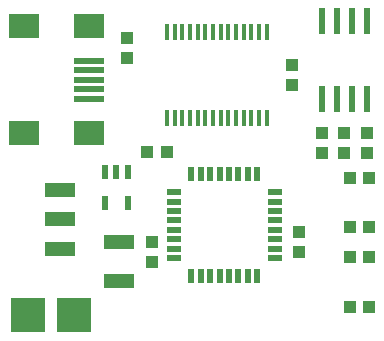
<source format=gtp>
G75*
G70*
%OFA0B0*%
%FSLAX24Y24*%
%IPPOS*%
%LPD*%
%AMOC8*
5,1,8,0,0,1.08239X$1,22.5*
%
%ADD10R,0.0137X0.0550*%
%ADD11R,0.0984X0.0197*%
%ADD12R,0.0984X0.0787*%
%ADD13R,0.0500X0.0220*%
%ADD14R,0.0220X0.0500*%
%ADD15R,0.0217X0.0472*%
%ADD16R,0.0394X0.0433*%
%ADD17R,0.0984X0.0472*%
%ADD18R,0.0433X0.0394*%
%ADD19R,0.0236X0.0866*%
%ADD20R,0.0394X0.0394*%
%ADD21R,0.1181X0.1181*%
D10*
X006244Y008311D03*
X006500Y008311D03*
X006756Y008311D03*
X007012Y008311D03*
X007268Y008311D03*
X007524Y008311D03*
X007780Y008311D03*
X008036Y008311D03*
X008292Y008311D03*
X008548Y008311D03*
X008803Y008311D03*
X009059Y008311D03*
X009315Y008311D03*
X009571Y008311D03*
X009571Y011190D03*
X009315Y011190D03*
X009059Y011190D03*
X008803Y011190D03*
X008548Y011190D03*
X008292Y011190D03*
X008036Y011190D03*
X007780Y011190D03*
X007524Y011190D03*
X007268Y011190D03*
X007012Y011190D03*
X006756Y011190D03*
X006500Y011190D03*
X006244Y011190D03*
D11*
X003642Y010230D03*
X003642Y009915D03*
X003642Y009600D03*
X003642Y009285D03*
X003642Y008970D03*
D12*
X003642Y007829D03*
X001477Y007829D03*
X001477Y011372D03*
X003642Y011372D03*
D13*
X006468Y005853D03*
X006468Y005538D03*
X006468Y005223D03*
X006468Y004908D03*
X006468Y004593D03*
X006468Y004278D03*
X006468Y003963D03*
X006468Y003648D03*
X009848Y003648D03*
X009848Y003963D03*
X009848Y004278D03*
X009848Y004593D03*
X009848Y004908D03*
X009848Y005223D03*
X009848Y005538D03*
X009848Y005853D03*
D14*
X009260Y006440D03*
X008945Y006440D03*
X008630Y006440D03*
X008315Y006440D03*
X008000Y006440D03*
X007685Y006440D03*
X007370Y006440D03*
X007055Y006440D03*
X007055Y003060D03*
X007370Y003060D03*
X007685Y003060D03*
X008000Y003060D03*
X008315Y003060D03*
X008630Y003060D03*
X008945Y003060D03*
X009260Y003060D03*
D15*
X004932Y005488D03*
X004184Y005488D03*
X004184Y006512D03*
X004558Y006512D03*
X004932Y006512D03*
D16*
X005758Y004185D03*
X005758Y003516D03*
X010658Y003866D03*
X010658Y004535D03*
X011408Y007166D03*
X011408Y007835D03*
X012158Y007835D03*
X012158Y007166D03*
X012908Y007166D03*
X012908Y007835D03*
X010408Y009416D03*
X010408Y010085D03*
X004908Y010316D03*
X004908Y010985D03*
D17*
X002690Y005934D03*
X002690Y004950D03*
X002690Y003966D03*
X004658Y004200D03*
X004658Y002901D03*
D18*
X005573Y007200D03*
X006242Y007200D03*
D19*
X011408Y008939D03*
X011908Y008939D03*
X012408Y008939D03*
X012908Y008939D03*
X012908Y011561D03*
X012408Y011561D03*
X011908Y011561D03*
X011408Y011561D03*
D20*
X012343Y006327D03*
X012973Y006327D03*
X012973Y004673D03*
X012343Y004673D03*
X012343Y003677D03*
X012973Y003677D03*
X012973Y002023D03*
X012343Y002023D03*
D21*
X001608Y001750D03*
X003158Y001750D03*
M02*

</source>
